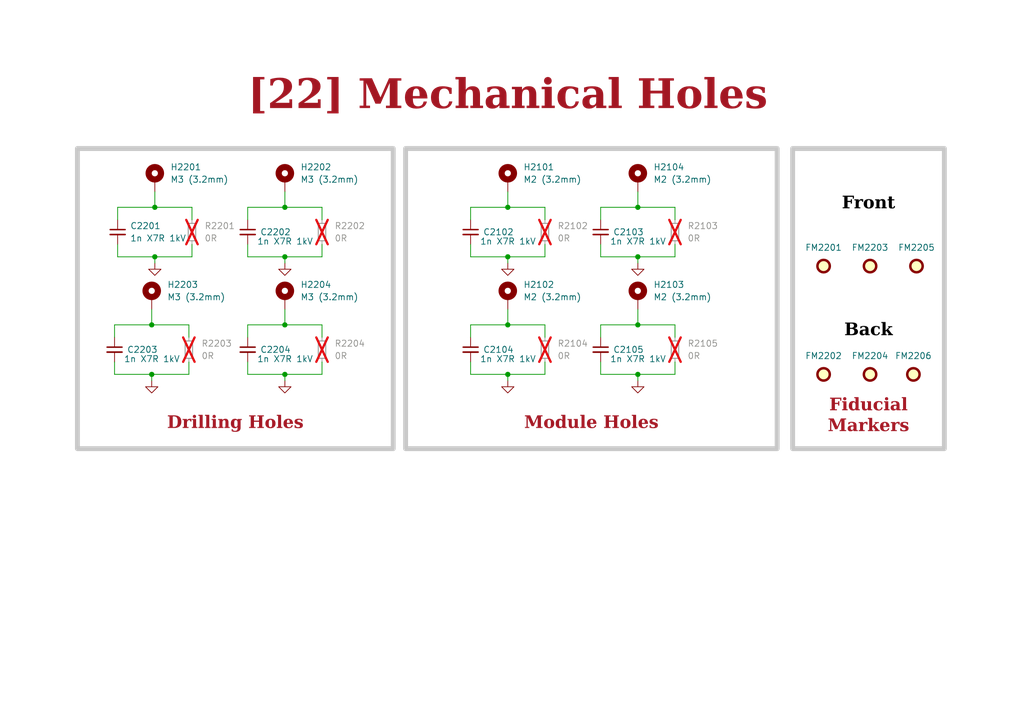
<source format=kicad_sch>
(kicad_sch (version 20230121) (generator eeschema)
  (paper "A5")
  (lib_symbols
    (symbol "Device:C_Small" (pin_numbers hide) (pin_names (offset 0.254) hide)
      (property "Reference" "C" (at 0.254 1.778 0))
      (property "Value" "C_Small" (at 0.254 -2.032 0))
      (symbol "C_Small_0_1"
        (polyline (pts (xy -1.524 -0.508) (xy 1.524 -0.508)) (stroke (width 0.3302)))
        (polyline (pts (xy -1.524 0.508) (xy 1.524 0.508)) (stroke (width 0.3048)))
      )
      (symbol "C_Small_1_1"
        (pin passive line (at 0 2.54 270) (length 2.032) (name "~") (number "1"))
        (pin passive line (at 0 -2.54 90) (length 2.032) (name "~") (number "2"))
      )
    )
    (symbol "Device:R_Small" (pin_numbers hide) (pin_names (offset 0.254) hide)
      (property "Reference" "R" (at 0.762 0.508 0))
      (property "Value" "R_Small" (at 0.762 -1.016 0))
      (symbol "R_Small_0_1"
        (rectangle (start -0.762 1.778) (end 0.762 -1.778) (stroke (width 0.2032)))
      )
      (symbol "R_Small_1_1"
        (pin passive line (at 0 2.54 270) (length 0.762) (name "~") (number "1"))
        (pin passive line (at 0 -2.54 90) (length 0.762) (name "~") (number "2"))
      )
    )
    (symbol "Mechanical:Fiducial"
      (property "Reference" "FID" (at 0 5.08 0))
      (property "Value" "Fiducial" (at 0 3.175 0))
      (symbol "Fiducial_0_1"
        (circle (center 0 0) (radius 1.27) (stroke (width 0.508)) (fill (type background)))
      )
    )
    (symbol "Mechanical:MountingHole_Pad" (pin_numbers hide) (pin_names (offset 1.016) hide)
      (property "Reference" "H" (at 0 6.35 0))
      (property "Value" "MountingHole_Pad" (at 0 4.445 0))
      (symbol "MountingHole_Pad_0_1"
        (circle (center 0 1.27) (radius 1.27) (stroke (width 1.27)))
      )
      (symbol "MountingHole_Pad_1_1"
        (pin input line (at 0 -2.54 90) (length 2.54) (name "1") (number "1"))
      )
    )
    (symbol "power:GND" (power) (pin_names (offset 0))
      (property "Value" "GND" (at 0 -3.81 0))
      (symbol "GND_0_1"
        (polyline (pts (xy 0 0) (xy 0 -1.27) (xy 1.27 -1.27) (xy 0 -2.54) (xy -1.27 -1.27) (xy 0 -1.27)))
      )
      (symbol "GND_1_1"
        (pin power_in line (at 0 0 270) (length 0) hide (name "GND") (number "1"))
      )
    )
  )
  (junction (at 130.81 42.545))
  (junction (at 58.42 66.675))
  (junction (at 104.14 52.705))
  (junction (at 31.115 66.675))
  (junction (at 31.75 52.705))
  (junction (at 104.14 42.545))
  (junction (at 130.81 66.675))
  (junction (at 58.42 42.545))
  (junction (at 58.42 76.835))
  (junction (at 31.115 76.835))
  (junction (at 31.75 42.545))
  (junction (at 58.42 52.705))
  (junction (at 104.14 66.675))
  (junction (at 104.14 76.835))
  (junction (at 130.81 76.835))
  (junction (at 130.81 52.705))
  (wire (pts (xy 130.81 52.705) (xy 138.43 52.705)))
  (wire (pts (xy 66.04 74.295) (xy 66.04 76.835)))
  (wire (pts (xy 24.13 42.545) (xy 24.13 45.085)))
  (wire (pts (xy 50.8 52.705) (xy 58.42 52.705)))
  (wire (pts (xy 39.37 42.545) (xy 39.37 45.085)))
  (wire (pts (xy 23.495 66.675) (xy 23.495 69.215)))
  (wire (pts (xy 130.81 42.545) (xy 138.43 42.545)))
  (wire (pts (xy 130.81 66.675) (xy 123.19 66.675)))
  (wire (pts (xy 58.42 52.705) (xy 66.04 52.705)))
  (wire (pts (xy 31.115 66.675) (xy 38.735 66.675)))
  (wire (pts (xy 24.13 52.705) (xy 31.75 52.705)))
  (wire (pts (xy 104.14 76.835) (xy 104.14 78.105)))
  (wire (pts (xy 31.115 76.835) (xy 31.115 78.105)))
  (wire (pts (xy 50.8 66.675) (xy 50.8 69.215)))
  (wire (pts (xy 130.81 42.545) (xy 123.19 42.545)))
  (wire (pts (xy 130.81 76.835) (xy 138.43 76.835)))
  (wire (pts (xy 31.75 42.545) (xy 24.13 42.545)))
  (wire (pts (xy 39.37 50.165) (xy 39.37 52.705)))
  (wire (pts (xy 138.43 66.675) (xy 138.43 69.215)))
  (wire (pts (xy 130.81 66.675) (xy 138.43 66.675)))
  (wire (pts (xy 96.52 74.295) (xy 96.52 76.835)))
  (wire (pts (xy 96.52 76.835) (xy 104.14 76.835)))
  (wire (pts (xy 104.14 39.37) (xy 104.14 42.545)))
  (wire (pts (xy 111.76 66.675) (xy 111.76 69.215)))
  (wire (pts (xy 24.13 50.165) (xy 24.13 52.705)))
  (wire (pts (xy 50.8 50.165) (xy 50.8 52.705)))
  (wire (pts (xy 96.52 50.165) (xy 96.52 52.705)))
  (wire (pts (xy 58.42 66.675) (xy 50.8 66.675)))
  (wire (pts (xy 96.52 42.545) (xy 96.52 45.085)))
  (wire (pts (xy 123.19 74.295) (xy 123.19 76.835)))
  (wire (pts (xy 31.75 52.705) (xy 31.75 53.975)))
  (wire (pts (xy 58.42 42.545) (xy 66.04 42.545)))
  (wire (pts (xy 31.75 39.37) (xy 31.75 42.545)))
  (wire (pts (xy 123.19 52.705) (xy 130.81 52.705)))
  (wire (pts (xy 104.14 63.5) (xy 104.14 66.675)))
  (wire (pts (xy 58.42 39.37) (xy 58.42 42.545)))
  (wire (pts (xy 58.42 42.545) (xy 50.8 42.545)))
  (wire (pts (xy 130.81 52.705) (xy 130.81 53.975)))
  (wire (pts (xy 123.19 42.545) (xy 123.19 45.085)))
  (wire (pts (xy 58.42 66.675) (xy 66.04 66.675)))
  (wire (pts (xy 104.14 52.705) (xy 104.14 53.975)))
  (wire (pts (xy 130.81 63.5) (xy 130.81 66.675)))
  (wire (pts (xy 96.52 66.675) (xy 96.52 69.215)))
  (wire (pts (xy 66.04 66.675) (xy 66.04 69.215)))
  (wire (pts (xy 31.115 66.675) (xy 23.495 66.675)))
  (wire (pts (xy 104.14 42.545) (xy 111.76 42.545)))
  (wire (pts (xy 104.14 52.705) (xy 111.76 52.705)))
  (wire (pts (xy 138.43 50.165) (xy 138.43 52.705)))
  (wire (pts (xy 31.115 63.5) (xy 31.115 66.675)))
  (wire (pts (xy 123.19 76.835) (xy 130.81 76.835)))
  (wire (pts (xy 104.14 66.675) (xy 96.52 66.675)))
  (wire (pts (xy 66.04 50.165) (xy 66.04 52.705)))
  (wire (pts (xy 38.735 66.675) (xy 38.735 69.215)))
  (wire (pts (xy 111.76 74.295) (xy 111.76 76.835)))
  (wire (pts (xy 50.8 42.545) (xy 50.8 45.085)))
  (wire (pts (xy 50.8 74.295) (xy 50.8 76.835)))
  (wire (pts (xy 23.495 74.295) (xy 23.495 76.835)))
  (wire (pts (xy 31.75 42.545) (xy 39.37 42.545)))
  (wire (pts (xy 50.8 76.835) (xy 58.42 76.835)))
  (wire (pts (xy 66.04 42.545) (xy 66.04 45.085)))
  (wire (pts (xy 104.14 66.675) (xy 111.76 66.675)))
  (wire (pts (xy 123.19 66.675) (xy 123.19 69.215)))
  (wire (pts (xy 58.42 63.5) (xy 58.42 66.675)))
  (wire (pts (xy 104.14 76.835) (xy 111.76 76.835)))
  (wire (pts (xy 111.76 50.165) (xy 111.76 52.705)))
  (wire (pts (xy 138.43 74.295) (xy 138.43 76.835)))
  (wire (pts (xy 58.42 76.835) (xy 58.42 78.105)))
  (wire (pts (xy 31.115 76.835) (xy 38.735 76.835)))
  (wire (pts (xy 123.19 50.165) (xy 123.19 52.705)))
  (wire (pts (xy 58.42 76.835) (xy 66.04 76.835)))
  (wire (pts (xy 96.52 52.705) (xy 104.14 52.705)))
  (wire (pts (xy 58.42 52.705) (xy 58.42 53.975)))
  (wire (pts (xy 138.43 42.545) (xy 138.43 45.085)))
  (wire (pts (xy 130.81 39.37) (xy 130.81 42.545)))
  (wire (pts (xy 130.81 76.835) (xy 130.81 78.105)))
  (wire (pts (xy 38.735 74.295) (xy 38.735 76.835)))
  (wire (pts (xy 31.75 52.705) (xy 39.37 52.705)))
  (wire (pts (xy 111.76 42.545) (xy 111.76 45.085)))
  (wire (pts (xy 104.14 42.545) (xy 96.52 42.545)))
  (wire (pts (xy 23.495 76.835) (xy 31.115 76.835)))
  (rectangle (start 83.185 30.48) (end 159.385 92.075) (stroke (width 1) (color 200 200 200 1)))
  (rectangle (start 162.56 30.48) (end 193.675 92.075) (stroke (width 1) (color 200 200 200 1)))
  (rectangle (start 15.875 30.48) (end 80.645 92.075) (stroke (width 1) (color 200 200 200 1)))
  (text_box "Module Holes" (at 83.185 82.55 0) (size 76.2 7.62) (stroke (width -0.0001)) (effects (font (size 2.54 2.54) (thickness 0.508) bold) (justify bottom)))
  (text_box "Back" (at 162.56 61.595 0) (size 31.115 9.525) (stroke (width -0.0001)) (effects (font (size 2.54 2.54) (thickness 0.508) bold) (justify bottom)))
  (text_box "Fiducial Markers" (at 162.56 81.915 0) (size 31.115 8.89) (stroke (width -0.0001)) (effects (font (size 2.54 2.54) (thickness 0.508) bold) (justify bottom)))
  (text_box "Front" (at 162.56 35.56 0) (size 31.115 9.525) (stroke (width -0.0001)) (effects (font (size 2.54 2.54) (thickness 0.508) bold) (justify bottom)))
  (text_box "Drilling Holes" (at 15.875 82.55 0) (size 64.77 7.62) (stroke (width -0.0001)) (effects (font (size 2.54 2.54) (thickness 0.508) bold) (justify bottom)))
  (text_box "[22] Mechanical Holes" (at 12.065 13.335 0) (size 184.15 12.7) (stroke (width -0.0001)) (effects (font (size 6 6) (thickness 1.2) bold)))
  (symbol (lib_id "power:GND") (at 130.81 53.975 0) (unit 1)
    (property "Reference" "#PWR02104" (effects hide))
    (property "Value" "GND" (effects hide))
    (instances (project "smps_legged_robot" (path "" (reference "#PWR02104") (unit 1))) (project "nav_lower_controller" (path "" (reference "#PWR023") (unit 1))) (project "nav_controller_interface_v2" (path "" (reference "#PWR0501") (unit 1))))
  )
  (symbol (lib_id "Mechanical:MountingHole_Pad") (at 31.115 60.96 0) (unit 1) (in_bom no)
    (property "Reference" "H2203" (at 34.29 58.4199 0) (effects (justify left)))
    (property "Value" "M3 (3.2mm)" (at 34.29 60.9599 0) (effects (justify left)))
    (property "Footprint" "MountingHole:MountingHole_3.2mm_M3_Pad_Via" (effects hide))
    (instances (project "smps_legged_robot" (path "" (reference "H2203") (unit 1))) (project "nav_lower_controller" (path "" (reference "H5") (unit 1))) (project "nav_controller_interface_v2" (path "" (reference "H501") (unit 1))))
  )
  (symbol (lib_id "Device:R_Small") (at 66.04 47.625 0) (unit 1) (in_bom no) (dnp yes)
    (property "Reference" "R2202" (at 68.58 46.355 0) (effects (justify left)))
    (property "Value" "0R" (at 68.58 48.895 0) (effects (justify left)))
    (property "Footprint" "0_resistor_smd:R_0603_1608_DensityHigh" (effects hide))
    (property "Datasheet" "https://www.vishay.com/docs/20043/crcwhpe3.pdf" (effects hide))
    (property "Description" "0 Ohms Jumper Chip Resistor 0603 (1608 Metric) Automotive AEC-Q200, Pulse Withstanding Thick Film" (effects hide))
    (property "Manufacturer" "Vishay" (effects hide))
    (property "Manufacturer Part Number" "CRCW06030000Z0EAHP" (effects hide))
    (property "Supplier 1" "Digikey" (effects hide))
    (property "Supplier Part Number 1" "541-0.0SBCT-ND" (effects hide))
  )
  (symbol (lib_id "Mechanical:Fiducial") (at 187.325 76.835 0) (unit 1) (in_bom no)
    (property "Reference" "FM2206" (at 187.325 73.025 0))
    (property "Value" "Fiducial" (effects hide))
    (property "Footprint" "0_fiducials:Fiducial_1mm_Mask2mm" (effects hide))
  )
  (symbol (lib_id "Mechanical:MountingHole_Pad") (at 58.42 36.83 0) (unit 1) (in_bom no)
    (property "Reference" "H2202" (at 61.595 34.2899 0) (effects (justify left)))
    (property "Value" "M3 (3.2mm)" (at 61.595 36.8299 0) (effects (justify left)))
    (property "Footprint" "MountingHole:MountingHole_3.2mm_M3_Pad_Via" (effects hide))
    (instances (project "smps_legged_robot" (path "" (reference "H2202") (unit 1))) (project "nav_lower_controller" (path "" (reference "H5") (unit 1))) (project "nav_controller_interface_v2" (path "" (reference "H501") (unit 1))))
  )
  (symbol (lib_id "Device:C_Small") (at 50.8 47.625 0) (unit 1)
    (property "Reference" "C2202" (at 53.34 47.625 0) (effects (justify left)))
    (property "Value" "1n X7R 1kV" (at 52.705 49.53 0) (effects (justify left)))
    (property "Footprint" "0_capacitor_smd:C_0603_1608_DensityHigh" (effects hide))
    (property "Datasheet" "https://connect.kemet.com:7667/gateway/IntelliData-ComponentDocumentation/1.0/download/specsheet/C0603V102KDRAC7867" (effects hide))
    (property "Description" "1000 pF ±10% 1000V (1kV) Ceramic Capacitor X7R 0603 (1608 Metric)" (effects hide))
    (property "Manufacturer" "KEMET" (effects hide))
    (property "Manufacturer Part Number" "C0603V102KDRAC7867" (effects hide))
    (property "Supplier 1" "Digikey" (effects hide))
    (property "Supplier Part Number 1" "399-12306-1-ND" (effects hide))
  )
  (symbol (lib_id "Mechanical:Fiducial") (at 168.91 54.61 0) (unit 1) (in_bom no)
    (property "Reference" "FM2201" (at 168.91 50.8 0))
    (property "Value" "Fiducial" (effects hide))
    (property "Footprint" "0_fiducials:Fiducial_1mm_Mask2mm" (effects hide))
  )
  (symbol (lib_id "Mechanical:Fiducial") (at 178.435 54.61 0) (unit 1) (in_bom no)
    (property "Reference" "FM2203" (at 178.435 50.8 0))
    (property "Value" "Fiducial" (effects hide))
    (property "Footprint" "0_fiducials:Fiducial_1mm_Mask2mm" (effects hide))
  )
  (symbol (lib_id "Mechanical:MountingHole_Pad") (at 130.81 36.83 0) (unit 1) (in_bom no)
    (property "Reference" "H2104" (at 133.985 34.2899 0) (effects (justify left)))
    (property "Value" "M2 (3.2mm)" (at 133.985 36.8299 0) (effects (justify left)))
    (property "Footprint" "MountingHole:MountingHole_2.2mm_M2_Pad_Via" (effects hide))
    (instances (project "smps_legged_robot" (path "" (reference "H2104") (unit 1))) (project "nav_lower_controller" (path "" (reference "H5") (unit 1))) (project "nav_controller_interface_v2" (path "" (reference "H501") (unit 1))))
  )
  (symbol (lib_id "Device:R_Small") (at 66.04 71.755 0) (unit 1) (in_bom no) (dnp yes)
    (property "Reference" "R2204" (at 68.58 70.485 0) (effects (justify left)))
    (property "Value" "0R" (at 68.58 73.025 0) (effects (justify left)))
    (property "Footprint" "0_resistor_smd:R_0603_1608_DensityHigh" (effects hide))
    (property "Datasheet" "https://www.vishay.com/docs/20043/crcwhpe3.pdf" (effects hide))
    (property "Description" "0 Ohms Jumper Chip Resistor 0603 (1608 Metric) Automotive AEC-Q200, Pulse Withstanding Thick Film" (effects hide))
    (property "Manufacturer" "Vishay" (effects hide))
    (property "Manufacturer Part Number" "CRCW06030000Z0EAHP" (effects hide))
    (property "Supplier 1" "Digikey" (effects hide))
    (property "Supplier Part Number 1" "541-0.0SBCT-ND" (effects hide))
  )
  (symbol (lib_id "Mechanical:Fiducial") (at 187.96 54.61 0) (unit 1) (in_bom no)
    (property "Reference" "FM2205" (at 187.96 50.8 0))
    (property "Value" "Fiducial" (effects hide))
    (property "Footprint" "0_fiducials:Fiducial_1mm_Mask2mm" (effects hide))
  )
  (symbol (lib_id "power:GND") (at 104.14 78.105 0) (unit 1)
    (property "Reference" "#PWR02105" (effects hide))
    (property "Value" "GND" (effects hide))
    (instances (project "smps_legged_robot" (path "" (reference "#PWR02105") (unit 1))) (project "nav_lower_controller" (path "" (reference "#PWR023") (unit 1))) (project "nav_controller_interface_v2" (path "" (reference "#PWR0501") (unit 1))))
  )
  (symbol (lib_id "Device:R_Small") (at 138.43 47.625 0) (unit 1) (in_bom no) (dnp yes)
    (property "Reference" "R2103" (at 140.97 46.355 0) (effects (justify left)))
    (property "Value" "0R" (at 140.97 48.895 0) (effects (justify left)))
    (property "Footprint" "0_resistor_smd:R_0603_1608_DensityHigh" (effects hide))
    (property "Datasheet" "https://www.vishay.com/docs/20043/crcwhpe3.pdf" (effects hide))
    (property "Description" "0 Ohms Jumper Chip Resistor 0603 (1608 Metric) Automotive AEC-Q200, Pulse Withstanding Thick Film" (effects hide))
    (property "Manufacturer" "Vishay" (effects hide))
    (property "Manufacturer Part Number" "CRCW06030000Z0EAHP" (effects hide))
    (property "Supplier 1" "Digikey" (effects hide))
    (property "Supplier Part Number 1" "541-0.0SBCT-ND" (effects hide))
  )
  (symbol (lib_id "power:GND") (at 31.115 78.105 0) (unit 1)
    (property "Reference" "#PWR02206" (effects hide))
    (property "Value" "GND" (effects hide))
    (instances (project "smps_legged_robot" (path "" (reference "#PWR02206") (unit 1))) (project "nav_lower_controller" (path "" (reference "#PWR023") (unit 1))) (project "nav_controller_interface_v2" (path "" (reference "#PWR0501") (unit 1))))
  )
  (symbol (lib_id "Mechanical:MountingHole_Pad") (at 104.14 36.83 0) (unit 1) (in_bom no)
    (property "Reference" "H2101" (at 107.315 34.2899 0) (effects (justify left)))
    (property "Value" "M2 (3.2mm)" (at 107.315 36.8299 0) (effects (justify left)))
    (property "Footprint" "MountingHole:MountingHole_2.2mm_M2_Pad_Via" (effects hide))
    (instances (project "smps_legged_robot" (path "" (reference "H2101") (unit 1))) (project "nav_lower_controller" (path "" (reference "H5") (unit 1))) (project "nav_controller_interface_v2" (path "" (reference "H501") (unit 1))))
  )
  (symbol (lib_id "Device:C_Small") (at 24.13 47.625 0) (unit 1)
    (property "Reference" "C2201" (at 26.67 46.355 0) (effects (justify left)))
    (property "Value" "1n X7R 1kV" (at 26.67 48.895 0) (effects (justify left)))
    (property "Footprint" "0_capacitor_smd:C_0603_1608_DensityHigh" (effects hide))
    (property "Datasheet" "https://connect.kemet.com:7667/gateway/IntelliData-ComponentDocumentation/1.0/download/specsheet/C0603V102KDRAC7867" (effects hide))
    (property "Description" "1000 pF ±10% 1000V (1kV) Ceramic Capacitor X7R 0603 (1608 Metric)" (effects hide))
    (property "Manufacturer" "KEMET" (effects hide))
    (property "Manufacturer Part Number" "C0603V102KDRAC7867" (effects hide))
    (property "Supplier 1" "Digikey" (effects hide))
    (property "Supplier Part Number 1" "399-12306-1-ND" (effects hide))
  )
  (symbol (lib_id "Mechanical:MountingHole_Pad") (at 31.75 36.83 0) (unit 1) (in_bom no)
    (property "Reference" "H2201" (at 34.925 34.2899 0) (effects (justify left)))
    (property "Value" "M3 (3.2mm)" (at 34.925 36.8299 0) (effects (justify left)))
    (property "Footprint" "MountingHole:MountingHole_3.2mm_M3_Pad_Via" (effects hide))
    (instances (project "smps_legged_robot" (path "" (reference "H2201") (unit 1))) (project "nav_lower_controller" (path "" (reference "H5") (unit 1))) (project "nav_controller_interface_v2" (path "" (reference "H501") (unit 1))))
  )
  (symbol (lib_id "Device:C_Small") (at 123.19 47.625 0) (unit 1)
    (property "Reference" "C2103" (at 125.73 47.625 0) (effects (justify left)))
    (property "Value" "1n X7R 1kV" (at 125.095 49.53 0) (effects (justify left)))
    (property "Footprint" "0_capacitor_smd:C_0603_1608_DensityHigh" (effects hide))
    (property "Datasheet" "https://connect.kemet.com:7667/gateway/IntelliData-ComponentDocumentation/1.0/download/specsheet/C0603V102KDRAC7867" (effects hide))
    (property "Description" "1000 pF ±10% 1000V (1kV) Ceramic Capacitor X7R 0603 (1608 Metric)" (effects hide))
    (property "Manufacturer" "KEMET" (effects hide))
    (property "Manufacturer Part Number" "C0603V102KDRAC7867" (effects hide))
    (property "Supplier 1" "Digikey" (effects hide))
    (property "Supplier Part Number 1" "399-12306-1-ND" (effects hide))
  )
  (symbol (lib_id "power:GND") (at 104.14 53.975 0) (unit 1)
    (property "Reference" "#PWR02103" (effects hide))
    (property "Value" "GND" (effects hide))
    (instances (project "smps_legged_robot" (path "" (reference "#PWR02103") (unit 1))) (project "nav_lower_controller" (path "" (reference "#PWR023") (unit 1))) (project "nav_controller_interface_v2" (path "" (reference "#PWR0501") (unit 1))))
  )
  (symbol (lib_id "Device:C_Small") (at 96.52 47.625 0) (unit 1)
    (property "Reference" "C2102" (at 99.06 47.625 0) (effects (justify left)))
    (property "Value" "1n X7R 1kV" (at 98.425 49.53 0) (effects (justify left)))
    (property "Footprint" "0_capacitor_smd:C_0603_1608_DensityHigh" (effects hide))
    (property "Datasheet" "https://connect.kemet.com:7667/gateway/IntelliData-ComponentDocumentation/1.0/download/specsheet/C0603V102KDRAC7867" (effects hide))
    (property "Description" "1000 pF ±10% 1000V (1kV) Ceramic Capacitor X7R 0603 (1608 Metric)" (effects hide))
    (property "Manufacturer" "KEMET" (effects hide))
    (property "Manufacturer Part Number" "C0603V102KDRAC7867" (effects hide))
    (property "Supplier 1" "Digikey" (effects hide))
    (property "Supplier Part Number 1" "399-12306-1-ND" (effects hide))
  )
  (symbol (lib_id "Mechanical:MountingHole_Pad") (at 58.42 60.96 0) (unit 1) (in_bom no)
    (property "Reference" "H2204" (at 61.595 58.4199 0) (effects (justify left)))
    (property "Value" "M3 (3.2mm)" (at 61.595 60.9599 0) (effects (justify left)))
    (property "Footprint" "MountingHole:MountingHole_3.2mm_M3_Pad_Via" (effects hide))
    (instances (project "smps_legged_robot" (path "" (reference "H2204") (unit 1))) (project "nav_lower_controller" (path "" (reference "H5") (unit 1))) (project "nav_controller_interface_v2" (path "" (reference "H501") (unit 1))))
  )
  (symbol (lib_id "Device:R_Small") (at 111.76 47.625 0) (unit 1) (in_bom no) (dnp yes)
    (property "Reference" "R2102" (at 114.3 46.355 0) (effects (justify left)))
    (property "Value" "0R" (at 114.3 48.895 0) (effects (justify left)))
    (property "Footprint" "0_resistor_smd:R_0603_1608_DensityHigh" (effects hide))
    (property "Datasheet" "https://www.vishay.com/docs/20043/crcwhpe3.pdf" (effects hide))
    (property "Description" "0 Ohms Jumper Chip Resistor 0603 (1608 Metric) Automotive AEC-Q200, Pulse Withstanding Thick Film" (effects hide))
    (property "Manufacturer" "Vishay" (effects hide))
    (property "Manufacturer Part Number" "CRCW06030000Z0EAHP" (effects hide))
    (property "Supplier 1" "Digikey" (effects hide))
    (property "Supplier Part Number 1" "541-0.0SBCT-ND" (effects hide))
  )
  (symbol (lib_id "power:GND") (at 58.42 53.975 0) (unit 1)
    (property "Reference" "#PWR02204" (effects hide))
    (property "Value" "GND" (effects hide))
    (instances (project "smps_legged_robot" (path "" (reference "#PWR02204") (unit 1))) (project "nav_lower_controller" (path "" (reference "#PWR023") (unit 1))) (project "nav_controller_interface_v2" (path "" (reference "#PWR0501") (unit 1))))
  )
  (symbol (lib_id "Mechanical:MountingHole_Pad") (at 104.14 60.96 0) (unit 1) (in_bom no)
    (property "Reference" "H2102" (at 107.315 58.4199 0) (effects (justify left)))
    (property "Value" "M2 (3.2mm)" (at 107.315 60.9599 0) (effects (justify left)))
    (property "Footprint" "MountingHole:MountingHole_2.2mm_M2_Pad_Via" (effects hide))
    (instances (project "smps_legged_robot" (path "" (reference "H2102") (unit 1))) (project "nav_lower_controller" (path "" (reference "H5") (unit 1))) (project "nav_controller_interface_v2" (path "" (reference "H501") (unit 1))))
  )
  (symbol (lib_id "Device:R_Small") (at 38.735 71.755 0) (unit 1) (in_bom no) (dnp yes)
    (property "Reference" "R2203" (at 41.275 70.485 0) (effects (justify left)))
    (property "Value" "0R" (at 41.275 73.025 0) (effects (justify left)))
    (property "Footprint" "0_resistor_smd:R_0603_1608_DensityHigh" (effects hide))
    (property "Datasheet" "https://www.vishay.com/docs/20043/crcwhpe3.pdf" (effects hide))
    (property "Description" "0 Ohms Jumper Chip Resistor 0603 (1608 Metric) Automotive AEC-Q200, Pulse Withstanding Thick Film" (effects hide))
    (property "Manufacturer" "Vishay" (effects hide))
    (property "Manufacturer Part Number" "CRCW06030000Z0EAHP" (effects hide))
    (property "Supplier 1" "Digikey" (effects hide))
    (property "Supplier Part Number 1" "541-0.0SBCT-ND" (effects hide))
  )
  (symbol (lib_id "Device:R_Small") (at 138.43 71.755 0) (unit 1) (in_bom no) (dnp yes)
    (property "Reference" "R2105" (at 140.97 70.485 0) (effects (justify left)))
    (property "Value" "0R" (at 140.97 73.025 0) (effects (justify left)))
    (property "Footprint" "0_resistor_smd:R_0603_1608_DensityHigh" (effects hide))
    (property "Datasheet" "https://www.vishay.com/docs/20043/crcwhpe3.pdf" (effects hide))
    (property "Description" "0 Ohms Jumper Chip Resistor 0603 (1608 Metric) Automotive AEC-Q200, Pulse Withstanding Thick Film" (effects hide))
    (property "Manufacturer" "Vishay" (effects hide))
    (property "Manufacturer Part Number" "CRCW06030000Z0EAHP" (effects hide))
    (property "Supplier 1" "Digikey" (effects hide))
    (property "Supplier Part Number 1" "541-0.0SBCT-ND" (effects hide))
  )
  (symbol (lib_id "Device:C_Small") (at 96.52 71.755 0) (unit 1)
    (property "Reference" "C2104" (at 99.06 71.755 0) (effects (justify left)))
    (property "Value" "1n X7R 1kV" (at 98.425 73.66 0) (effects (justify left)))
    (property "Footprint" "0_capacitor_smd:C_0603_1608_DensityHigh" (effects hide))
    (property "Datasheet" "https://connect.kemet.com:7667/gateway/IntelliData-ComponentDocumentation/1.0/download/specsheet/C0603V102KDRAC7867" (effects hide))
    (property "Description" "1000 pF ±10% 1000V (1kV) Ceramic Capacitor X7R 0603 (1608 Metric)" (effects hide))
    (property "Manufacturer" "KEMET" (effects hide))
    (property "Manufacturer Part Number" "C0603V102KDRAC7867" (effects hide))
    (property "Supplier 1" "Digikey" (effects hide))
    (property "Supplier Part Number 1" "399-12306-1-ND" (effects hide))
  )
  (symbol (lib_id "Device:R_Small") (at 111.76 71.755 0) (unit 1) (in_bom no) (dnp yes)
    (property "Reference" "R2104" (at 114.3 70.485 0) (effects (justify left)))
    (property "Value" "0R" (at 114.3 73.025 0) (effects (justify left)))
    (property "Footprint" "0_resistor_smd:R_0603_1608_DensityHigh" (effects hide))
    (property "Datasheet" "https://www.vishay.com/docs/20043/crcwhpe3.pdf" (effects hide))
    (property "Description" "0 Ohms Jumper Chip Resistor 0603 (1608 Metric) Automotive AEC-Q200, Pulse Withstanding Thick Film" (effects hide))
    (property "Manufacturer" "Vishay" (effects hide))
    (property "Manufacturer Part Number" "CRCW06030000Z0EAHP" (effects hide))
    (property "Supplier 1" "Digikey" (effects hide))
    (property "Supplier Part Number 1" "541-0.0SBCT-ND" (effects hide))
  )
  (symbol (lib_id "Mechanical:Fiducial") (at 178.435 76.835 0) (unit 1) (in_bom no)
    (property "Reference" "FM2204" (at 178.435 73.025 0))
    (property "Value" "Fiducial" (effects hide))
    (property "Footprint" "0_fiducials:Fiducial_1mm_Mask2mm" (effects hide))
  )
  (symbol (lib_id "Device:R_Small") (at 39.37 47.625 0) (unit 1) (in_bom no) (dnp yes)
    (property "Reference" "R2201" (at 41.91 46.355 0) (effects (justify left)))
    (property "Value" "0R" (at 41.91 48.895 0) (effects (justify left)))
    (property "Footprint" "0_resistor_smd:R_0603_1608_DensityHigh" (effects hide))
    (property "Datasheet" "https://www.vishay.com/docs/20043/crcwhpe3.pdf" (effects hide))
    (property "Description" "0 Ohms Jumper Chip Resistor 0603 (1608 Metric) Automotive AEC-Q200, Pulse Withstanding Thick Film" (effects hide))
    (property "Manufacturer" "Vishay" (effects hide))
    (property "Manufacturer Part Number" "CRCW06030000Z0EAHP" (effects hide))
    (property "Supplier 1" "Digikey" (effects hide))
    (property "Supplier Part Number 1" "541-0.0SBCT-ND" (effects hide))
  )
  (symbol (lib_id "Mechanical:MountingHole_Pad") (at 130.81 60.96 0) (unit 1) (in_bom no)
    (property "Reference" "H2103" (at 133.985 58.4199 0) (effects (justify left)))
    (property "Value" "M2 (3.2mm)" (at 133.985 60.9599 0) (effects (justify left)))
    (property "Footprint" "MountingHole:MountingHole_2.2mm_M2_Pad_Via" (effects hide))
    (instances (project "smps_legged_robot" (path "" (reference "H2103") (unit 1))) (project "nav_lower_controller" (path "" (reference "H5") (unit 1))) (project "nav_controller_interface_v2" (path "" (reference "H501") (unit 1))))
  )
  (symbol (lib_id "power:GND") (at 130.81 78.105 0) (unit 1)
    (property "Reference" "#PWR02106" (effects hide))
    (property "Value" "GND" (effects hide))
    (instances (project "smps_legged_robot" (path "" (reference "#PWR02106") (unit 1))) (project "nav_lower_controller" (path "" (reference "#PWR023") (unit 1))) (project "nav_controller_interface_v2" (path "" (reference "#PWR0501") (unit 1))))
  )
  (symbol (lib_id "Device:C_Small") (at 23.495 71.755 0) (unit 1)
    (property "Reference" "C2203" (at 26.035 71.755 0) (effects (justify left)))
    (property "Value" "1n X7R 1kV" (at 25.4 73.66 0) (effects (justify left)))
    (property "Footprint" "0_capacitor_smd:C_0603_1608_DensityHigh" (effects hide))
    (property "Datasheet" "https://connect.kemet.com:7667/gateway/IntelliData-ComponentDocumentation/1.0/download/specsheet/C0603V102KDRAC7867" (effects hide))
    (property "Description" "1000 pF ±10% 1000V (1kV) Ceramic Capacitor X7R 0603 (1608 Metric)" (effects hide))
    (property "Manufacturer" "KEMET" (effects hide))
    (property "Manufacturer Part Number" "C0603V102KDRAC7867" (effects hide))
    (property "Supplier 1" "Digikey" (effects hide))
    (property "Supplier Part Number 1" "399-12306-1-ND" (effects hide))
  )
  (symbol (lib_id "power:GND") (at 58.42 78.105 0) (unit 1)
    (property "Reference" "#PWR02208" (effects hide))
    (property "Value" "GND" (effects hide))
    (instances (project "smps_legged_robot" (path "" (reference "#PWR02208") (unit 1))) (project "nav_lower_controller" (path "" (reference "#PWR023") (unit 1))) (project "nav_controller_interface_v2" (path "" (reference "#PWR0501") (unit 1))))
  )
  (symbol (lib_id "Device:C_Small") (at 123.19 71.755 0) (unit 1)
    (property "Reference" "C2105" (at 125.73 71.755 0) (effects (justify left)))
    (property "Value" "1n X7R 1kV" (at 125.095 73.66 0) (effects (justify left)))
    (property "Footprint" "0_capacitor_smd:C_0603_1608_DensityHigh" (effects hide))
    (property "Datasheet" "https://connect.kemet.com:7667/gateway/IntelliData-ComponentDocumentation/1.0/download/specsheet/C0603V102KDRAC7867" (effects hide))
    (property "Description" "1000 pF ±10% 1000V (1kV) Ceramic Capacitor X7R 0603 (1608 Metric)" (effects hide))
    (property "Manufacturer" "KEMET" (effects hide))
    (property "Manufacturer Part Number" "C0603V102KDRAC7867" (effects hide))
    (property "Supplier 1" "Digikey" (effects hide))
    (property "Supplier Part Number 1" "399-12306-1-ND" (effects hide))
  )
  (symbol (lib_id "power:GND") (at 31.75 53.975 0) (unit 1)
    (property "Reference" "#PWR02202" (effects hide))
    (property "Value" "GND" (effects hide))
    (instances (project "smps_legged_robot" (path "" (reference "#PWR02202") (unit 1))) (project "nav_lower_controller" (path "" (reference "#PWR023") (unit 1))) (project "nav_controller_interface_v2" (path "" (reference "#PWR0501") (unit 1))))
  )
  (symbol (lib_id "Mechanical:Fiducial") (at 168.91 76.835 0) (unit 1) (in_bom no)
    (property "Reference" "FM2202" (at 168.91 73.025 0))
    (property "Value" "Fiducial" (effects hide))
    (property "Footprint" "0_fiducials:Fiducial_1mm_Mask2mm" (effects hide))
  )
  (symbol (lib_id "Device:C_Small") (at 50.8 71.755 0) (unit 1)
    (property "Reference" "C2204" (at 53.34 71.755 0) (effects (justify left)))
    (property "Value" "1n X7R 1kV" (at 52.705 73.66 0) (effects (justify left)))
    (property "Footprint" "0_capacitor_smd:C_0603_1608_DensityHigh" (effects hide))
    (property "Datasheet" "https://connect.kemet.com:7667/gateway/IntelliData-ComponentDocumentation/1.0/download/specsheet/C0603V102KDRAC7867" (effects hide))
    (property "Description" "1000 pF ±10% 1000V (1kV) Ceramic Capacitor X7R 0603 (1608 Metric)" (effects hide))
    (property "Manufacturer" "KEMET" (effects hide))
    (property "Manufacturer Part Number" "C0603V102KDRAC7867" (effects hide))
    (property "Supplier 1" "Digikey" (effects hide))
    (property "Supplier Part Number 1" "399-12306-1-ND" (effects hide))
  )
)
</source>
